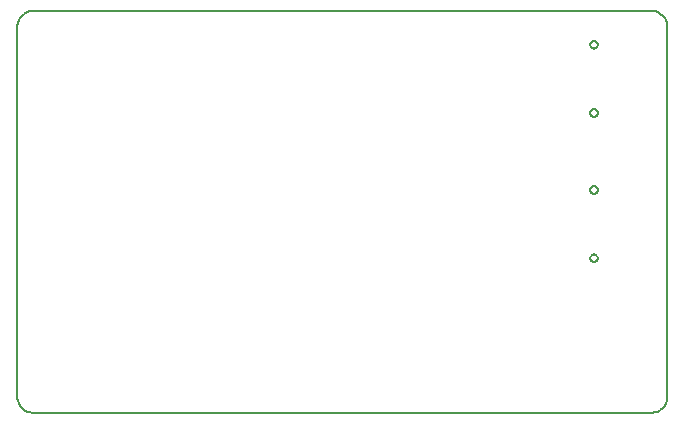
<source format=gko>
G04*
G04 #@! TF.GenerationSoftware,Altium Limited,Altium Designer,22.7.1 (60)*
G04*
G04 Layer_Color=16711935*
%FSLAX44Y44*%
%MOMM*%
G71*
G04*
G04 #@! TF.SameCoordinates,186F2EC3-0C17-4490-BAB8-18F5E94287E0*
G04*
G04*
G04 #@! TF.FilePolarity,Positive*
G04*
G01*
G75*
%ADD13C,0.2000*%
%ADD14C,0.1270*%
G54D13*
X550004Y-12704D02*
X549760Y-10226D01*
X549037Y-7844D01*
X547864Y-5648D01*
X546284Y-3724D01*
X544360Y-2144D01*
X542164Y-971D01*
X539782Y-248D01*
X537304Y-4D01*
X12704D02*
X10226Y-248D01*
X7844Y-971D01*
X5648Y-2144D01*
X3724Y-3724D01*
X2144Y-5648D01*
X971Y-7844D01*
X248Y-10226D01*
X4Y-12704D01*
Y-327300D02*
X248Y-329778D01*
X971Y-332160D01*
X2144Y-334356D01*
X3724Y-336280D01*
X5648Y-337860D01*
X7844Y-339033D01*
X10226Y-339756D01*
X12704Y-340000D01*
X537304D02*
X539782Y-339756D01*
X542164Y-339033D01*
X544360Y-337860D01*
X546284Y-336280D01*
X547864Y-334356D01*
X549037Y-332160D01*
X549760Y-329778D01*
X550004Y-327300D01*
X12704Y-4D02*
X537304D01*
X4Y-327300D02*
X4Y-12704D01*
X550004Y-327300D02*
X550004Y-12704D01*
X12704Y-340000D02*
X537304Y-340000D01*
G54D14*
X491410Y-151450D02*
X490458Y-149152D01*
X488160Y-148200D01*
X485862Y-149152D01*
X484910Y-151450D01*
X485862Y-153748D01*
X488160Y-154700D01*
X490458Y-153748D01*
X491410Y-151450D01*
Y-209250D02*
X490458Y-206952D01*
X488160Y-206000D01*
X485862Y-206952D01*
X484910Y-209250D01*
X485862Y-211548D01*
X488160Y-212500D01*
X490458Y-211548D01*
X491410Y-209250D01*
Y-28450D02*
X490458Y-26152D01*
X488160Y-25200D01*
X485862Y-26152D01*
X484910Y-28450D01*
X485862Y-30748D01*
X488160Y-31700D01*
X490458Y-30748D01*
X491410Y-28450D01*
Y-86250D02*
X490458Y-83952D01*
X488160Y-83000D01*
X485862Y-83952D01*
X484910Y-86250D01*
X485862Y-88548D01*
X488160Y-89500D01*
X490458Y-88548D01*
X491410Y-86250D01*
M02*

</source>
